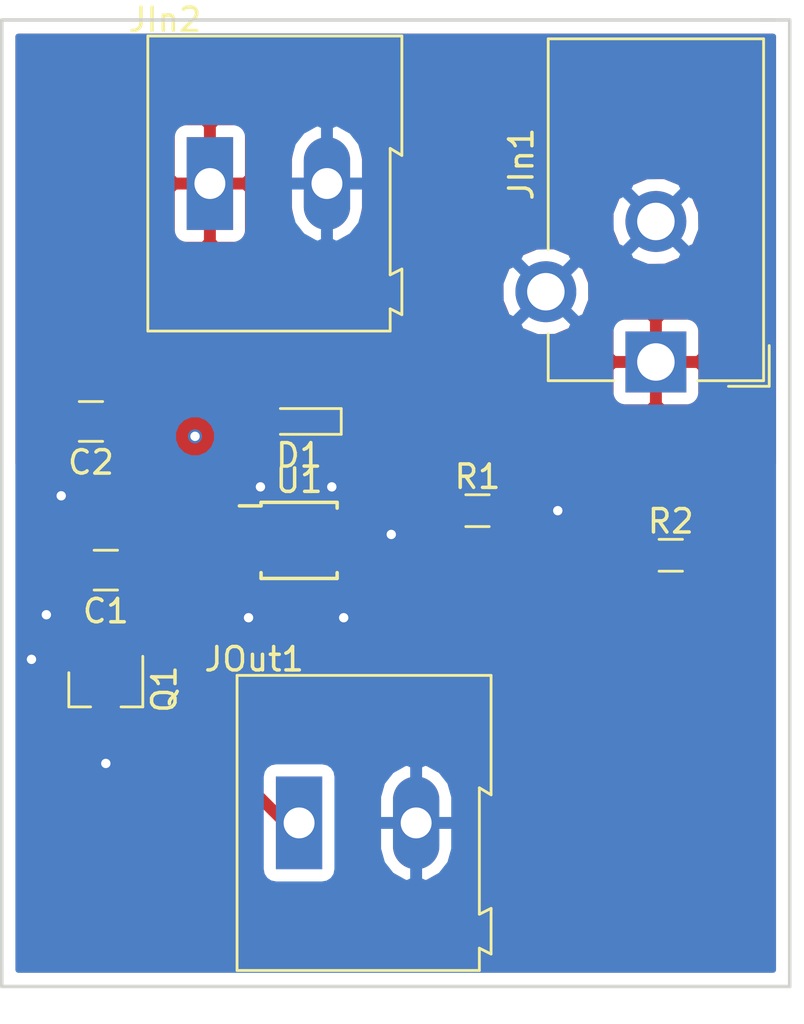
<source format=kicad_pcb>
(kicad_pcb (version 4) (host pcbnew 4.0.7)

  (general
    (links 25)
    (no_connects 0)
    (area 135.912857 74.585 172.31 117.92)
    (thickness 1.6)
    (drawings 6)
    (tracks 48)
    (zones 0)
    (modules 10)
    (nets 9)
  )

  (page A4)
  (layers
    (0 F.Cu signal)
    (31 B.Cu signal)
    (32 B.Adhes user)
    (33 F.Adhes user)
    (34 B.Paste user)
    (35 F.Paste user)
    (36 B.SilkS user)
    (37 F.SilkS user)
    (38 B.Mask user)
    (39 F.Mask user)
    (40 Dwgs.User user)
    (41 Cmts.User user)
    (42 Eco1.User user)
    (43 Eco2.User user)
    (44 Edge.Cuts user)
    (45 Margin user)
    (46 B.CrtYd user)
    (47 F.CrtYd user)
    (48 B.Fab user)
    (49 F.Fab user)
  )

  (setup
    (last_trace_width 0.25)
    (trace_clearance 0.2)
    (zone_clearance 0.508)
    (zone_45_only no)
    (trace_min 0.25)
    (segment_width 0.2)
    (edge_width 0.15)
    (via_size 0.6)
    (via_drill 0.4)
    (via_min_size 0.4)
    (via_min_drill 0.3)
    (uvia_size 0.3)
    (uvia_drill 0.1)
    (uvias_allowed no)
    (uvia_min_size 0.2)
    (uvia_min_drill 0.1)
    (pcb_text_width 0.3)
    (pcb_text_size 1.5 1.5)
    (mod_edge_width 0.15)
    (mod_text_size 1 1)
    (mod_text_width 0.15)
    (pad_size 1.524 1.524)
    (pad_drill 0.762)
    (pad_to_mask_clearance 0.2)
    (aux_axis_origin 0 0)
    (visible_elements 7FFFFFFF)
    (pcbplotparams
      (layerselection 0x00030_80000001)
      (usegerberextensions false)
      (excludeedgelayer true)
      (linewidth 0.100000)
      (plotframeref false)
      (viasonmask false)
      (mode 1)
      (useauxorigin false)
      (hpglpennumber 1)
      (hpglpenspeed 20)
      (hpglpendiameter 15)
      (hpglpenoverlay 2)
      (psnegative false)
      (psa4output false)
      (plotreference true)
      (plotvalue true)
      (plotinvisibletext false)
      (padsonsilk false)
      (subtractmaskfromsilk false)
      (outputformat 1)
      (mirror false)
      (drillshape 1)
      (scaleselection 1)
      (outputdirectory ""))
  )

  (net 0 "")
  (net 1 "Net-(C1-Pad1)")
  (net 2 GND)
  (net 3 VDD)
  (net 4 "Net-(D1-Pad1)")
  (net 5 "Net-(R1-Pad1)")
  (net 6 "Net-(R2-Pad1)")
  (net 7 "Net-(U1-Pad5)")
  (net 8 "Net-(U1-Pad9)")

  (net_class Default "This is the default net class."
    (clearance 0.2)
    (trace_width 0.25)
    (via_dia 0.6)
    (via_drill 0.4)
    (uvia_dia 0.3)
    (uvia_drill 0.1)
    (add_net "Net-(C1-Pad1)")
    (add_net "Net-(D1-Pad1)")
    (add_net "Net-(R1-Pad1)")
    (add_net "Net-(R2-Pad1)")
    (add_net "Net-(U1-Pad5)")
    (add_net "Net-(U1-Pad9)")
    (add_net VDD)
  )

  (net_class "High Current" ""
    (clearance 0.2)
    (trace_width 0.5)
    (via_dia 0.6)
    (via_drill 0.4)
    (uvia_dia 0.3)
    (uvia_drill 0.1)
    (add_net GND)
  )

  (net_class "Less High Current" ""
    (clearance 0.2)
    (trace_width 0.3)
    (via_dia 0.6)
    (via_drill 0.4)
    (uvia_dia 0.3)
    (uvia_drill 0.1)
  )

  (module Capacitors_SMD:C_0805_HandSoldering (layer F.Cu) (tedit 58AA84A8) (tstamp 5AAD65DD)
    (at 142.24 99.06 180)
    (descr "Capacitor SMD 0805, hand soldering")
    (tags "capacitor 0805")
    (path /5A5FF66F)
    (attr smd)
    (fp_text reference C1 (at 0 -1.75 180) (layer F.SilkS)
      (effects (font (size 1 1) (thickness 0.15)))
    )
    (fp_text value 4.7u (at 0 1.75 180) (layer F.Fab)
      (effects (font (size 1 1) (thickness 0.15)))
    )
    (fp_text user %R (at 0 -1.75 180) (layer F.Fab)
      (effects (font (size 1 1) (thickness 0.15)))
    )
    (fp_line (start -1 0.62) (end -1 -0.62) (layer F.Fab) (width 0.1))
    (fp_line (start 1 0.62) (end -1 0.62) (layer F.Fab) (width 0.1))
    (fp_line (start 1 -0.62) (end 1 0.62) (layer F.Fab) (width 0.1))
    (fp_line (start -1 -0.62) (end 1 -0.62) (layer F.Fab) (width 0.1))
    (fp_line (start 0.5 -0.85) (end -0.5 -0.85) (layer F.SilkS) (width 0.12))
    (fp_line (start -0.5 0.85) (end 0.5 0.85) (layer F.SilkS) (width 0.12))
    (fp_line (start -2.25 -0.88) (end 2.25 -0.88) (layer F.CrtYd) (width 0.05))
    (fp_line (start -2.25 -0.88) (end -2.25 0.87) (layer F.CrtYd) (width 0.05))
    (fp_line (start 2.25 0.87) (end 2.25 -0.88) (layer F.CrtYd) (width 0.05))
    (fp_line (start 2.25 0.87) (end -2.25 0.87) (layer F.CrtYd) (width 0.05))
    (pad 1 smd rect (at -1.25 0 180) (size 1.5 1.25) (layers F.Cu F.Paste F.Mask)
      (net 1 "Net-(C1-Pad1)"))
    (pad 2 smd rect (at 1.25 0 180) (size 1.5 1.25) (layers F.Cu F.Paste F.Mask)
      (net 2 GND))
    (model Capacitors_SMD.3dshapes/C_0805.wrl
      (at (xyz 0 0 0))
      (scale (xyz 1 1 1))
      (rotate (xyz 0 0 0))
    )
  )

  (module Capacitors_SMD:C_0805_HandSoldering (layer F.Cu) (tedit 58AA84A8) (tstamp 5AAD65E3)
    (at 141.605 92.71 180)
    (descr "Capacitor SMD 0805, hand soldering")
    (tags "capacitor 0805")
    (path /5A5FF651)
    (attr smd)
    (fp_text reference C2 (at 0 -1.75 180) (layer F.SilkS)
      (effects (font (size 1 1) (thickness 0.15)))
    )
    (fp_text value 4.7u (at 0 1.75 180) (layer F.Fab)
      (effects (font (size 1 1) (thickness 0.15)))
    )
    (fp_text user %R (at 0 -1.75 180) (layer F.Fab)
      (effects (font (size 1 1) (thickness 0.15)))
    )
    (fp_line (start -1 0.62) (end -1 -0.62) (layer F.Fab) (width 0.1))
    (fp_line (start 1 0.62) (end -1 0.62) (layer F.Fab) (width 0.1))
    (fp_line (start 1 -0.62) (end 1 0.62) (layer F.Fab) (width 0.1))
    (fp_line (start -1 -0.62) (end 1 -0.62) (layer F.Fab) (width 0.1))
    (fp_line (start 0.5 -0.85) (end -0.5 -0.85) (layer F.SilkS) (width 0.12))
    (fp_line (start -0.5 0.85) (end 0.5 0.85) (layer F.SilkS) (width 0.12))
    (fp_line (start -2.25 -0.88) (end 2.25 -0.88) (layer F.CrtYd) (width 0.05))
    (fp_line (start -2.25 -0.88) (end -2.25 0.87) (layer F.CrtYd) (width 0.05))
    (fp_line (start 2.25 0.87) (end 2.25 -0.88) (layer F.CrtYd) (width 0.05))
    (fp_line (start 2.25 0.87) (end -2.25 0.87) (layer F.CrtYd) (width 0.05))
    (pad 1 smd rect (at -1.25 0 180) (size 1.5 1.25) (layers F.Cu F.Paste F.Mask)
      (net 3 VDD))
    (pad 2 smd rect (at 1.25 0 180) (size 1.5 1.25) (layers F.Cu F.Paste F.Mask)
      (net 2 GND))
    (model Capacitors_SMD.3dshapes/C_0805.wrl
      (at (xyz 0 0 0))
      (scale (xyz 1 1 1))
      (rotate (xyz 0 0 0))
    )
  )

  (module LEDs:LED_0603_HandSoldering (layer F.Cu) (tedit 595FC9C0) (tstamp 5AAD65E9)
    (at 150.495 92.71 180)
    (descr "LED SMD 0603, hand soldering")
    (tags "LED 0603")
    (path /5A5FFAC4)
    (attr smd)
    (fp_text reference D1 (at 0 -1.45 180) (layer F.SilkS)
      (effects (font (size 1 1) (thickness 0.15)))
    )
    (fp_text value LED (at 0 1.55 180) (layer F.Fab)
      (effects (font (size 1 1) (thickness 0.15)))
    )
    (fp_line (start -1.8 -0.55) (end -1.8 0.55) (layer F.SilkS) (width 0.12))
    (fp_line (start -0.2 -0.2) (end -0.2 0.2) (layer F.Fab) (width 0.1))
    (fp_line (start -0.15 0) (end 0.15 -0.2) (layer F.Fab) (width 0.1))
    (fp_line (start 0.15 0.2) (end -0.15 0) (layer F.Fab) (width 0.1))
    (fp_line (start 0.15 -0.2) (end 0.15 0.2) (layer F.Fab) (width 0.1))
    (fp_line (start 0.8 0.4) (end -0.8 0.4) (layer F.Fab) (width 0.1))
    (fp_line (start 0.8 -0.4) (end 0.8 0.4) (layer F.Fab) (width 0.1))
    (fp_line (start -0.8 -0.4) (end 0.8 -0.4) (layer F.Fab) (width 0.1))
    (fp_line (start -1.8 0.55) (end 0.8 0.55) (layer F.SilkS) (width 0.12))
    (fp_line (start -1.8 -0.55) (end 0.8 -0.55) (layer F.SilkS) (width 0.12))
    (fp_line (start -1.96 -0.7) (end 1.95 -0.7) (layer F.CrtYd) (width 0.05))
    (fp_line (start -1.96 -0.7) (end -1.96 0.7) (layer F.CrtYd) (width 0.05))
    (fp_line (start 1.95 0.7) (end 1.95 -0.7) (layer F.CrtYd) (width 0.05))
    (fp_line (start 1.95 0.7) (end -1.96 0.7) (layer F.CrtYd) (width 0.05))
    (fp_line (start -0.8 -0.4) (end -0.8 0.4) (layer F.Fab) (width 0.1))
    (pad 1 smd rect (at -1.1 0 180) (size 1.2 0.9) (layers F.Cu F.Paste F.Mask)
      (net 4 "Net-(D1-Pad1)"))
    (pad 2 smd rect (at 1.1 0 180) (size 1.2 0.9) (layers F.Cu F.Paste F.Mask)
      (net 3 VDD))
    (model ${KISYS3DMOD}/LEDs.3dshapes/LED_0603.wrl
      (at (xyz 0 0 0))
      (scale (xyz 1 1 1))
      (rotate (xyz 0 0 180))
    )
  )

  (module Connectors:Barrel_Jack_CUI_PJ-102AH (layer F.Cu) (tedit 59BC552D) (tstamp 5AAD65F0)
    (at 165.735 90.17 180)
    (descr "Thin-pin DC Barrel Jack, https://cdn-shop.adafruit.com/datasheets/21mmdcjackDatasheet.pdf")
    (tags "Power Jack")
    (path /5A8B83C9)
    (fp_text reference JIn1 (at 5.75 8.45 270) (layer F.SilkS)
      (effects (font (size 1 1) (thickness 0.15)))
    )
    (fp_text value Barrel_Jack (at -5.5 6.2 270) (layer F.Fab)
      (effects (font (size 1 1) (thickness 0.15)))
    )
    (fp_line (start 1.8 -1.8) (end 1.8 -1.2) (layer F.CrtYd) (width 0.05))
    (fp_line (start 1.8 -1.2) (end 5 -1.2) (layer F.CrtYd) (width 0.05))
    (fp_line (start 5 -1.2) (end 5 1.2) (layer F.CrtYd) (width 0.05))
    (fp_line (start 5 1.2) (end 6.5 1.2) (layer F.CrtYd) (width 0.05))
    (fp_line (start 6.5 1.2) (end 6.5 4.8) (layer F.CrtYd) (width 0.05))
    (fp_line (start 6.5 4.8) (end 5 4.8) (layer F.CrtYd) (width 0.05))
    (fp_line (start 5 4.8) (end 5 14.2) (layer F.CrtYd) (width 0.05))
    (fp_line (start 5 14.2) (end -5 14.2) (layer F.CrtYd) (width 0.05))
    (fp_line (start -5 14.2) (end -5 -1.2) (layer F.CrtYd) (width 0.05))
    (fp_line (start -5 -1.2) (end -1.8 -1.2) (layer F.CrtYd) (width 0.05))
    (fp_line (start -1.8 -1.2) (end -1.8 -1.8) (layer F.CrtYd) (width 0.05))
    (fp_line (start -1.8 -1.8) (end 1.8 -1.8) (layer F.CrtYd) (width 0.05))
    (fp_line (start 4.6 4.8) (end 4.6 13.8) (layer F.SilkS) (width 0.12))
    (fp_line (start 4.6 13.8) (end -4.6 13.8) (layer F.SilkS) (width 0.12))
    (fp_line (start -4.6 13.8) (end -4.6 -0.8) (layer F.SilkS) (width 0.12))
    (fp_line (start -4.6 -0.8) (end -1.8 -0.8) (layer F.SilkS) (width 0.12))
    (fp_line (start 1.8 -0.8) (end 4.6 -0.8) (layer F.SilkS) (width 0.12))
    (fp_line (start 4.6 -0.8) (end 4.6 1.2) (layer F.SilkS) (width 0.12))
    (fp_line (start -4.84 0.7) (end -4.84 -1.04) (layer F.SilkS) (width 0.12))
    (fp_line (start -4.84 -1.04) (end -3.1 -1.04) (layer F.SilkS) (width 0.12))
    (fp_line (start 4.5 -0.7) (end 4.5 13.7) (layer F.Fab) (width 0.1))
    (fp_line (start 4.5 13.7) (end -4.5 13.7) (layer F.Fab) (width 0.1))
    (fp_line (start -4.5 13.7) (end -4.5 0.3) (layer F.Fab) (width 0.1))
    (fp_line (start -4.5 0.3) (end -3.5 -0.7) (layer F.Fab) (width 0.1))
    (fp_line (start -3.5 -0.7) (end 4.5 -0.7) (layer F.Fab) (width 0.1))
    (fp_line (start -4.5 10.2) (end 4.5 10.2) (layer F.Fab) (width 0.1))
    (fp_text user %R (at 0 6.5 180) (layer F.Fab)
      (effects (font (size 1 1) (thickness 0.15)))
    )
    (pad 1 thru_hole rect (at 0 0 180) (size 2.6 2.6) (drill 1.6) (layers *.Cu *.Mask)
      (net 3 VDD))
    (pad 2 thru_hole circle (at 0 6 180) (size 2.6 2.6) (drill 1.6) (layers *.Cu *.Mask)
      (net 2 GND))
    (pad 3 thru_hole circle (at 4.7 3 180) (size 2.6 2.6) (drill 1.6) (layers *.Cu *.Mask)
      (net 2 GND))
    (model ${KISYS3DMOD}/Connectors.3dshapes/Barrel_Jack_CUI_PJ-102AH.wrl
      (at (xyz 0 0 0))
      (scale (xyz 1 1 1))
      (rotate (xyz 0 0 0))
    )
  )

  (module Connectors_Terminal_Blocks:TerminalBlock_Altech_AK300-2_P5.00mm (layer F.Cu) (tedit 59FF0306) (tstamp 5AAD65F6)
    (at 146.685 82.55)
    (descr "Altech AK300 terminal block, pitch 5.0mm, 45 degree angled, see http://www.mouser.com/ds/2/16/PCBMETRC-24178.pdf")
    (tags "Altech AK300 terminal block pitch 5.0mm")
    (path /5A8B7334)
    (fp_text reference JIn2 (at -1.92 -6.99) (layer F.SilkS)
      (effects (font (size 1 1) (thickness 0.15)))
    )
    (fp_text value "Input Terms." (at 2.78 7.75) (layer F.Fab)
      (effects (font (size 1 1) (thickness 0.15)))
    )
    (fp_text user %R (at 2.5 -2) (layer F.Fab)
      (effects (font (size 1 1) (thickness 0.15)))
    )
    (fp_line (start -2.65 -6.3) (end -2.65 6.3) (layer F.SilkS) (width 0.12))
    (fp_line (start -2.65 6.3) (end 7.7 6.3) (layer F.SilkS) (width 0.12))
    (fp_line (start 7.7 6.3) (end 7.7 5.35) (layer F.SilkS) (width 0.12))
    (fp_line (start 7.7 5.35) (end 8.2 5.6) (layer F.SilkS) (width 0.12))
    (fp_line (start 8.2 5.6) (end 8.2 3.7) (layer F.SilkS) (width 0.12))
    (fp_line (start 8.2 3.7) (end 8.2 3.65) (layer F.SilkS) (width 0.12))
    (fp_line (start 8.2 3.65) (end 7.7 3.9) (layer F.SilkS) (width 0.12))
    (fp_line (start 7.7 3.9) (end 7.7 -1.5) (layer F.SilkS) (width 0.12))
    (fp_line (start 7.7 -1.5) (end 8.2 -1.2) (layer F.SilkS) (width 0.12))
    (fp_line (start 8.2 -1.2) (end 8.2 -6.3) (layer F.SilkS) (width 0.12))
    (fp_line (start 8.2 -6.3) (end -2.65 -6.3) (layer F.SilkS) (width 0.12))
    (fp_line (start -1.26 2.54) (end 1.28 2.54) (layer F.Fab) (width 0.1))
    (fp_line (start 1.28 2.54) (end 1.28 -0.25) (layer F.Fab) (width 0.1))
    (fp_line (start -1.26 -0.25) (end 1.28 -0.25) (layer F.Fab) (width 0.1))
    (fp_line (start -1.26 2.54) (end -1.26 -0.25) (layer F.Fab) (width 0.1))
    (fp_line (start 3.74 2.54) (end 6.28 2.54) (layer F.Fab) (width 0.1))
    (fp_line (start 6.28 2.54) (end 6.28 -0.25) (layer F.Fab) (width 0.1))
    (fp_line (start 3.74 -0.25) (end 6.28 -0.25) (layer F.Fab) (width 0.1))
    (fp_line (start 3.74 2.54) (end 3.74 -0.25) (layer F.Fab) (width 0.1))
    (fp_line (start 7.61 -6.22) (end 7.61 -3.17) (layer F.Fab) (width 0.1))
    (fp_line (start 7.61 -6.22) (end -2.58 -6.22) (layer F.Fab) (width 0.1))
    (fp_line (start 7.61 -6.22) (end 8.11 -6.22) (layer F.Fab) (width 0.1))
    (fp_line (start 8.11 -6.22) (end 8.11 -1.4) (layer F.Fab) (width 0.1))
    (fp_line (start 8.11 -1.4) (end 7.61 -1.65) (layer F.Fab) (width 0.1))
    (fp_line (start 8.11 5.46) (end 7.61 5.21) (layer F.Fab) (width 0.1))
    (fp_line (start 7.61 5.21) (end 7.61 6.22) (layer F.Fab) (width 0.1))
    (fp_line (start 8.11 3.81) (end 7.61 4.06) (layer F.Fab) (width 0.1))
    (fp_line (start 7.61 4.06) (end 7.61 5.21) (layer F.Fab) (width 0.1))
    (fp_line (start 8.11 3.81) (end 8.11 5.46) (layer F.Fab) (width 0.1))
    (fp_line (start 2.98 6.22) (end 2.98 4.32) (layer F.Fab) (width 0.1))
    (fp_line (start 7.05 -0.25) (end 7.05 4.32) (layer F.Fab) (width 0.1))
    (fp_line (start 2.98 6.22) (end 7.05 6.22) (layer F.Fab) (width 0.1))
    (fp_line (start 7.05 6.22) (end 7.61 6.22) (layer F.Fab) (width 0.1))
    (fp_line (start 2.04 6.22) (end 2.04 4.32) (layer F.Fab) (width 0.1))
    (fp_line (start 2.04 6.22) (end 2.98 6.22) (layer F.Fab) (width 0.1))
    (fp_line (start -2.02 -0.25) (end -2.02 4.32) (layer F.Fab) (width 0.1))
    (fp_line (start -2.58 6.22) (end -2.02 6.22) (layer F.Fab) (width 0.1))
    (fp_line (start -2.02 6.22) (end 2.04 6.22) (layer F.Fab) (width 0.1))
    (fp_line (start 2.98 4.32) (end 7.05 4.32) (layer F.Fab) (width 0.1))
    (fp_line (start 2.98 4.32) (end 2.98 -0.25) (layer F.Fab) (width 0.1))
    (fp_line (start 7.05 4.32) (end 7.05 6.22) (layer F.Fab) (width 0.1))
    (fp_line (start 2.04 4.32) (end -2.02 4.32) (layer F.Fab) (width 0.1))
    (fp_line (start 2.04 4.32) (end 2.04 -0.25) (layer F.Fab) (width 0.1))
    (fp_line (start -2.02 4.32) (end -2.02 6.22) (layer F.Fab) (width 0.1))
    (fp_line (start 6.67 3.68) (end 6.67 0.51) (layer F.Fab) (width 0.1))
    (fp_line (start 6.67 3.68) (end 3.36 3.68) (layer F.Fab) (width 0.1))
    (fp_line (start 3.36 3.68) (end 3.36 0.51) (layer F.Fab) (width 0.1))
    (fp_line (start 1.66 3.68) (end 1.66 0.51) (layer F.Fab) (width 0.1))
    (fp_line (start 1.66 3.68) (end -1.64 3.68) (layer F.Fab) (width 0.1))
    (fp_line (start -1.64 3.68) (end -1.64 0.51) (layer F.Fab) (width 0.1))
    (fp_line (start -1.64 0.51) (end -1.26 0.51) (layer F.Fab) (width 0.1))
    (fp_line (start 1.66 0.51) (end 1.28 0.51) (layer F.Fab) (width 0.1))
    (fp_line (start 3.36 0.51) (end 3.74 0.51) (layer F.Fab) (width 0.1))
    (fp_line (start 6.67 0.51) (end 6.28 0.51) (layer F.Fab) (width 0.1))
    (fp_line (start -2.58 6.22) (end -2.58 -0.64) (layer F.Fab) (width 0.1))
    (fp_line (start -2.58 -0.64) (end -2.58 -3.17) (layer F.Fab) (width 0.1))
    (fp_line (start 7.61 -1.65) (end 7.61 -0.64) (layer F.Fab) (width 0.1))
    (fp_line (start 7.61 -0.64) (end 7.61 4.06) (layer F.Fab) (width 0.1))
    (fp_line (start -2.58 -3.17) (end 7.61 -3.17) (layer F.Fab) (width 0.1))
    (fp_line (start -2.58 -3.17) (end -2.58 -6.22) (layer F.Fab) (width 0.1))
    (fp_line (start 7.61 -3.17) (end 7.61 -1.65) (layer F.Fab) (width 0.1))
    (fp_line (start 2.98 -3.43) (end 2.98 -5.97) (layer F.Fab) (width 0.1))
    (fp_line (start 2.98 -5.97) (end 7.05 -5.97) (layer F.Fab) (width 0.1))
    (fp_line (start 7.05 -5.97) (end 7.05 -3.43) (layer F.Fab) (width 0.1))
    (fp_line (start 7.05 -3.43) (end 2.98 -3.43) (layer F.Fab) (width 0.1))
    (fp_line (start 2.04 -3.43) (end 2.04 -5.97) (layer F.Fab) (width 0.1))
    (fp_line (start 2.04 -3.43) (end -2.02 -3.43) (layer F.Fab) (width 0.1))
    (fp_line (start -2.02 -3.43) (end -2.02 -5.97) (layer F.Fab) (width 0.1))
    (fp_line (start 2.04 -5.97) (end -2.02 -5.97) (layer F.Fab) (width 0.1))
    (fp_line (start 3.39 -4.45) (end 6.44 -5.08) (layer F.Fab) (width 0.1))
    (fp_line (start 3.52 -4.32) (end 6.56 -4.95) (layer F.Fab) (width 0.1))
    (fp_line (start -1.62 -4.45) (end 1.44 -5.08) (layer F.Fab) (width 0.1))
    (fp_line (start -1.49 -4.32) (end 1.56 -4.95) (layer F.Fab) (width 0.1))
    (fp_line (start -2.02 -0.25) (end -1.64 -0.25) (layer F.Fab) (width 0.1))
    (fp_line (start 2.04 -0.25) (end 1.66 -0.25) (layer F.Fab) (width 0.1))
    (fp_line (start 1.66 -0.25) (end -1.64 -0.25) (layer F.Fab) (width 0.1))
    (fp_line (start -2.58 -0.64) (end -1.64 -0.64) (layer F.Fab) (width 0.1))
    (fp_line (start -1.64 -0.64) (end 1.66 -0.64) (layer F.Fab) (width 0.1))
    (fp_line (start 1.66 -0.64) (end 3.36 -0.64) (layer F.Fab) (width 0.1))
    (fp_line (start 7.61 -0.64) (end 6.67 -0.64) (layer F.Fab) (width 0.1))
    (fp_line (start 6.67 -0.64) (end 3.36 -0.64) (layer F.Fab) (width 0.1))
    (fp_line (start 7.05 -0.25) (end 6.67 -0.25) (layer F.Fab) (width 0.1))
    (fp_line (start 2.98 -0.25) (end 3.36 -0.25) (layer F.Fab) (width 0.1))
    (fp_line (start 3.36 -0.25) (end 6.67 -0.25) (layer F.Fab) (width 0.1))
    (fp_line (start -2.83 -6.47) (end 8.36 -6.47) (layer F.CrtYd) (width 0.05))
    (fp_line (start -2.83 -6.47) (end -2.83 6.47) (layer F.CrtYd) (width 0.05))
    (fp_line (start 8.36 6.47) (end 8.36 -6.47) (layer F.CrtYd) (width 0.05))
    (fp_line (start 8.36 6.47) (end -2.83 6.47) (layer F.CrtYd) (width 0.05))
    (fp_arc (start 6.03 -4.59) (end 6.54 -5.05) (angle 90.5) (layer F.Fab) (width 0.1))
    (fp_arc (start 5.07 -6.07) (end 6.53 -4.12) (angle 75.5) (layer F.Fab) (width 0.1))
    (fp_arc (start 4.99 -3.71) (end 3.39 -5) (angle 100) (layer F.Fab) (width 0.1))
    (fp_arc (start 3.87 -4.65) (end 3.58 -4.13) (angle 104.2) (layer F.Fab) (width 0.1))
    (fp_arc (start 1.03 -4.59) (end 1.53 -5.05) (angle 90.5) (layer F.Fab) (width 0.1))
    (fp_arc (start 0.06 -6.07) (end 1.53 -4.12) (angle 75.5) (layer F.Fab) (width 0.1))
    (fp_arc (start -0.01 -3.71) (end -1.62 -5) (angle 100) (layer F.Fab) (width 0.1))
    (fp_arc (start -1.13 -4.65) (end -1.42 -4.13) (angle 104.2) (layer F.Fab) (width 0.1))
    (pad 1 thru_hole rect (at 0 0) (size 1.98 3.96) (drill 1.32) (layers *.Cu *.Mask)
      (net 3 VDD))
    (pad 2 thru_hole oval (at 5 0) (size 1.98 3.96) (drill 1.32) (layers *.Cu *.Mask)
      (net 2 GND))
    (model ${KISYS3DMOD}/Terminal_Blocks.3dshapes/TerminalBlock_Altech_AK300-2_P5.00mm.wrl
      (at (xyz 0 0 0))
      (scale (xyz 1 1 1))
      (rotate (xyz 0 0 0))
    )
  )

  (module Connectors_Terminal_Blocks:TerminalBlock_Altech_AK300-2_P5.00mm (layer F.Cu) (tedit 59FF0306) (tstamp 5AAD65FC)
    (at 150.495 109.855)
    (descr "Altech AK300 terminal block, pitch 5.0mm, 45 degree angled, see http://www.mouser.com/ds/2/16/PCBMETRC-24178.pdf")
    (tags "Altech AK300 terminal block pitch 5.0mm")
    (path /5A8B62D4)
    (fp_text reference JOut1 (at -1.92 -6.99) (layer F.SilkS)
      (effects (font (size 1 1) (thickness 0.15)))
    )
    (fp_text value Bat.Terms. (at 2.78 7.75) (layer F.Fab)
      (effects (font (size 1 1) (thickness 0.15)))
    )
    (fp_text user %R (at 2.5 -2) (layer F.Fab)
      (effects (font (size 1 1) (thickness 0.15)))
    )
    (fp_line (start -2.65 -6.3) (end -2.65 6.3) (layer F.SilkS) (width 0.12))
    (fp_line (start -2.65 6.3) (end 7.7 6.3) (layer F.SilkS) (width 0.12))
    (fp_line (start 7.7 6.3) (end 7.7 5.35) (layer F.SilkS) (width 0.12))
    (fp_line (start 7.7 5.35) (end 8.2 5.6) (layer F.SilkS) (width 0.12))
    (fp_line (start 8.2 5.6) (end 8.2 3.7) (layer F.SilkS) (width 0.12))
    (fp_line (start 8.2 3.7) (end 8.2 3.65) (layer F.SilkS) (width 0.12))
    (fp_line (start 8.2 3.65) (end 7.7 3.9) (layer F.SilkS) (width 0.12))
    (fp_line (start 7.7 3.9) (end 7.7 -1.5) (layer F.SilkS) (width 0.12))
    (fp_line (start 7.7 -1.5) (end 8.2 -1.2) (layer F.SilkS) (width 0.12))
    (fp_line (start 8.2 -1.2) (end 8.2 -6.3) (layer F.SilkS) (width 0.12))
    (fp_line (start 8.2 -6.3) (end -2.65 -6.3) (layer F.SilkS) (width 0.12))
    (fp_line (start -1.26 2.54) (end 1.28 2.54) (layer F.Fab) (width 0.1))
    (fp_line (start 1.28 2.54) (end 1.28 -0.25) (layer F.Fab) (width 0.1))
    (fp_line (start -1.26 -0.25) (end 1.28 -0.25) (layer F.Fab) (width 0.1))
    (fp_line (start -1.26 2.54) (end -1.26 -0.25) (layer F.Fab) (width 0.1))
    (fp_line (start 3.74 2.54) (end 6.28 2.54) (layer F.Fab) (width 0.1))
    (fp_line (start 6.28 2.54) (end 6.28 -0.25) (layer F.Fab) (width 0.1))
    (fp_line (start 3.74 -0.25) (end 6.28 -0.25) (layer F.Fab) (width 0.1))
    (fp_line (start 3.74 2.54) (end 3.74 -0.25) (layer F.Fab) (width 0.1))
    (fp_line (start 7.61 -6.22) (end 7.61 -3.17) (layer F.Fab) (width 0.1))
    (fp_line (start 7.61 -6.22) (end -2.58 -6.22) (layer F.Fab) (width 0.1))
    (fp_line (start 7.61 -6.22) (end 8.11 -6.22) (layer F.Fab) (width 0.1))
    (fp_line (start 8.11 -6.22) (end 8.11 -1.4) (layer F.Fab) (width 0.1))
    (fp_line (start 8.11 -1.4) (end 7.61 -1.65) (layer F.Fab) (width 0.1))
    (fp_line (start 8.11 5.46) (end 7.61 5.21) (layer F.Fab) (width 0.1))
    (fp_line (start 7.61 5.21) (end 7.61 6.22) (layer F.Fab) (width 0.1))
    (fp_line (start 8.11 3.81) (end 7.61 4.06) (layer F.Fab) (width 0.1))
    (fp_line (start 7.61 4.06) (end 7.61 5.21) (layer F.Fab) (width 0.1))
    (fp_line (start 8.11 3.81) (end 8.11 5.46) (layer F.Fab) (width 0.1))
    (fp_line (start 2.98 6.22) (end 2.98 4.32) (layer F.Fab) (width 0.1))
    (fp_line (start 7.05 -0.25) (end 7.05 4.32) (layer F.Fab) (width 0.1))
    (fp_line (start 2.98 6.22) (end 7.05 6.22) (layer F.Fab) (width 0.1))
    (fp_line (start 7.05 6.22) (end 7.61 6.22) (layer F.Fab) (width 0.1))
    (fp_line (start 2.04 6.22) (end 2.04 4.32) (layer F.Fab) (width 0.1))
    (fp_line (start 2.04 6.22) (end 2.98 6.22) (layer F.Fab) (width 0.1))
    (fp_line (start -2.02 -0.25) (end -2.02 4.32) (layer F.Fab) (width 0.1))
    (fp_line (start -2.58 6.22) (end -2.02 6.22) (layer F.Fab) (width 0.1))
    (fp_line (start -2.02 6.22) (end 2.04 6.22) (layer F.Fab) (width 0.1))
    (fp_line (start 2.98 4.32) (end 7.05 4.32) (layer F.Fab) (width 0.1))
    (fp_line (start 2.98 4.32) (end 2.98 -0.25) (layer F.Fab) (width 0.1))
    (fp_line (start 7.05 4.32) (end 7.05 6.22) (layer F.Fab) (width 0.1))
    (fp_line (start 2.04 4.32) (end -2.02 4.32) (layer F.Fab) (width 0.1))
    (fp_line (start 2.04 4.32) (end 2.04 -0.25) (layer F.Fab) (width 0.1))
    (fp_line (start -2.02 4.32) (end -2.02 6.22) (layer F.Fab) (width 0.1))
    (fp_line (start 6.67 3.68) (end 6.67 0.51) (layer F.Fab) (width 0.1))
    (fp_line (start 6.67 3.68) (end 3.36 3.68) (layer F.Fab) (width 0.1))
    (fp_line (start 3.36 3.68) (end 3.36 0.51) (layer F.Fab) (width 0.1))
    (fp_line (start 1.66 3.68) (end 1.66 0.51) (layer F.Fab) (width 0.1))
    (fp_line (start 1.66 3.68) (end -1.64 3.68) (layer F.Fab) (width 0.1))
    (fp_line (start -1.64 3.68) (end -1.64 0.51) (layer F.Fab) (width 0.1))
    (fp_line (start -1.64 0.51) (end -1.26 0.51) (layer F.Fab) (width 0.1))
    (fp_line (start 1.66 0.51) (end 1.28 0.51) (layer F.Fab) (width 0.1))
    (fp_line (start 3.36 0.51) (end 3.74 0.51) (layer F.Fab) (width 0.1))
    (fp_line (start 6.67 0.51) (end 6.28 0.51) (layer F.Fab) (width 0.1))
    (fp_line (start -2.58 6.22) (end -2.58 -0.64) (layer F.Fab) (width 0.1))
    (fp_line (start -2.58 -0.64) (end -2.58 -3.17) (layer F.Fab) (width 0.1))
    (fp_line (start 7.61 -1.65) (end 7.61 -0.64) (layer F.Fab) (width 0.1))
    (fp_line (start 7.61 -0.64) (end 7.61 4.06) (layer F.Fab) (width 0.1))
    (fp_line (start -2.58 -3.17) (end 7.61 -3.17) (layer F.Fab) (width 0.1))
    (fp_line (start -2.58 -3.17) (end -2.58 -6.22) (layer F.Fab) (width 0.1))
    (fp_line (start 7.61 -3.17) (end 7.61 -1.65) (layer F.Fab) (width 0.1))
    (fp_line (start 2.98 -3.43) (end 2.98 -5.97) (layer F.Fab) (width 0.1))
    (fp_line (start 2.98 -5.97) (end 7.05 -5.97) (layer F.Fab) (width 0.1))
    (fp_line (start 7.05 -5.97) (end 7.05 -3.43) (layer F.Fab) (width 0.1))
    (fp_line (start 7.05 -3.43) (end 2.98 -3.43) (layer F.Fab) (width 0.1))
    (fp_line (start 2.04 -3.43) (end 2.04 -5.97) (layer F.Fab) (width 0.1))
    (fp_line (start 2.04 -3.43) (end -2.02 -3.43) (layer F.Fab) (width 0.1))
    (fp_line (start -2.02 -3.43) (end -2.02 -5.97) (layer F.Fab) (width 0.1))
    (fp_line (start 2.04 -5.97) (end -2.02 -5.97) (layer F.Fab) (width 0.1))
    (fp_line (start 3.39 -4.45) (end 6.44 -5.08) (layer F.Fab) (width 0.1))
    (fp_line (start 3.52 -4.32) (end 6.56 -4.95) (layer F.Fab) (width 0.1))
    (fp_line (start -1.62 -4.45) (end 1.44 -5.08) (layer F.Fab) (width 0.1))
    (fp_line (start -1.49 -4.32) (end 1.56 -4.95) (layer F.Fab) (width 0.1))
    (fp_line (start -2.02 -0.25) (end -1.64 -0.25) (layer F.Fab) (width 0.1))
    (fp_line (start 2.04 -0.25) (end 1.66 -0.25) (layer F.Fab) (width 0.1))
    (fp_line (start 1.66 -0.25) (end -1.64 -0.25) (layer F.Fab) (width 0.1))
    (fp_line (start -2.58 -0.64) (end -1.64 -0.64) (layer F.Fab) (width 0.1))
    (fp_line (start -1.64 -0.64) (end 1.66 -0.64) (layer F.Fab) (width 0.1))
    (fp_line (start 1.66 -0.64) (end 3.36 -0.64) (layer F.Fab) (width 0.1))
    (fp_line (start 7.61 -0.64) (end 6.67 -0.64) (layer F.Fab) (width 0.1))
    (fp_line (start 6.67 -0.64) (end 3.36 -0.64) (layer F.Fab) (width 0.1))
    (fp_line (start 7.05 -0.25) (end 6.67 -0.25) (layer F.Fab) (width 0.1))
    (fp_line (start 2.98 -0.25) (end 3.36 -0.25) (layer F.Fab) (width 0.1))
    (fp_line (start 3.36 -0.25) (end 6.67 -0.25) (layer F.Fab) (width 0.1))
    (fp_line (start -2.83 -6.47) (end 8.36 -6.47) (layer F.CrtYd) (width 0.05))
    (fp_line (start -2.83 -6.47) (end -2.83 6.47) (layer F.CrtYd) (width 0.05))
    (fp_line (start 8.36 6.47) (end 8.36 -6.47) (layer F.CrtYd) (width 0.05))
    (fp_line (start 8.36 6.47) (end -2.83 6.47) (layer F.CrtYd) (width 0.05))
    (fp_arc (start 6.03 -4.59) (end 6.54 -5.05) (angle 90.5) (layer F.Fab) (width 0.1))
    (fp_arc (start 5.07 -6.07) (end 6.53 -4.12) (angle 75.5) (layer F.Fab) (width 0.1))
    (fp_arc (start 4.99 -3.71) (end 3.39 -5) (angle 100) (layer F.Fab) (width 0.1))
    (fp_arc (start 3.87 -4.65) (end 3.58 -4.13) (angle 104.2) (layer F.Fab) (width 0.1))
    (fp_arc (start 1.03 -4.59) (end 1.53 -5.05) (angle 90.5) (layer F.Fab) (width 0.1))
    (fp_arc (start 0.06 -6.07) (end 1.53 -4.12) (angle 75.5) (layer F.Fab) (width 0.1))
    (fp_arc (start -0.01 -3.71) (end -1.62 -5) (angle 100) (layer F.Fab) (width 0.1))
    (fp_arc (start -1.13 -4.65) (end -1.42 -4.13) (angle 104.2) (layer F.Fab) (width 0.1))
    (pad 1 thru_hole rect (at 0 0) (size 1.98 3.96) (drill 1.32) (layers *.Cu *.Mask)
      (net 1 "Net-(C1-Pad1)"))
    (pad 2 thru_hole oval (at 5 0) (size 1.98 3.96) (drill 1.32) (layers *.Cu *.Mask)
      (net 2 GND))
    (model ${KISYS3DMOD}/Terminal_Blocks.3dshapes/TerminalBlock_Altech_AK300-2_P5.00mm.wrl
      (at (xyz 0 0 0))
      (scale (xyz 1 1 1))
      (rotate (xyz 0 0 0))
    )
  )

  (module TO_SOT_Packages_SMD:SOT-23 (layer F.Cu) (tedit 58CE4E7E) (tstamp 5AAD6603)
    (at 142.24 104.14 270)
    (descr "SOT-23, Standard")
    (tags SOT-23)
    (path /5A9AF155)
    (attr smd)
    (fp_text reference Q1 (at 0 -2.5 270) (layer F.SilkS)
      (effects (font (size 1 1) (thickness 0.15)))
    )
    (fp_text value Q_NMOS_GSD (at 0 2.5 270) (layer F.Fab)
      (effects (font (size 1 1) (thickness 0.15)))
    )
    (fp_text user %R (at 0 0 360) (layer F.Fab)
      (effects (font (size 0.5 0.5) (thickness 0.075)))
    )
    (fp_line (start -0.7 -0.95) (end -0.7 1.5) (layer F.Fab) (width 0.1))
    (fp_line (start -0.15 -1.52) (end 0.7 -1.52) (layer F.Fab) (width 0.1))
    (fp_line (start -0.7 -0.95) (end -0.15 -1.52) (layer F.Fab) (width 0.1))
    (fp_line (start 0.7 -1.52) (end 0.7 1.52) (layer F.Fab) (width 0.1))
    (fp_line (start -0.7 1.52) (end 0.7 1.52) (layer F.Fab) (width 0.1))
    (fp_line (start 0.76 1.58) (end 0.76 0.65) (layer F.SilkS) (width 0.12))
    (fp_line (start 0.76 -1.58) (end 0.76 -0.65) (layer F.SilkS) (width 0.12))
    (fp_line (start -1.7 -1.75) (end 1.7 -1.75) (layer F.CrtYd) (width 0.05))
    (fp_line (start 1.7 -1.75) (end 1.7 1.75) (layer F.CrtYd) (width 0.05))
    (fp_line (start 1.7 1.75) (end -1.7 1.75) (layer F.CrtYd) (width 0.05))
    (fp_line (start -1.7 1.75) (end -1.7 -1.75) (layer F.CrtYd) (width 0.05))
    (fp_line (start 0.76 -1.58) (end -1.4 -1.58) (layer F.SilkS) (width 0.12))
    (fp_line (start 0.76 1.58) (end -0.7 1.58) (layer F.SilkS) (width 0.12))
    (pad 1 smd rect (at -1 -0.95 270) (size 0.9 0.8) (layers F.Cu F.Paste F.Mask)
      (net 1 "Net-(C1-Pad1)"))
    (pad 2 smd rect (at -1 0.95 270) (size 0.9 0.8) (layers F.Cu F.Paste F.Mask)
      (net 2 GND))
    (pad 3 smd rect (at 1 0 270) (size 0.9 0.8) (layers F.Cu F.Paste F.Mask)
      (net 2 GND))
    (model ${KISYS3DMOD}/TO_SOT_Packages_SMD.3dshapes/SOT-23.wrl
      (at (xyz 0 0 0))
      (scale (xyz 1 1 1))
      (rotate (xyz 0 0 0))
    )
  )

  (module Resistors_SMD:R_0603_HandSoldering (layer F.Cu) (tedit 58E0A804) (tstamp 5AAD6609)
    (at 158.115 96.52)
    (descr "Resistor SMD 0603, hand soldering")
    (tags "resistor 0603")
    (path /5A5FF7C7)
    (attr smd)
    (fp_text reference R1 (at 0 -1.45) (layer F.SilkS)
      (effects (font (size 1 1) (thickness 0.15)))
    )
    (fp_text value 1.185K (at 0 1.55) (layer F.Fab)
      (effects (font (size 1 1) (thickness 0.15)))
    )
    (fp_text user %R (at 0 0) (layer F.Fab)
      (effects (font (size 0.4 0.4) (thickness 0.075)))
    )
    (fp_line (start -0.8 0.4) (end -0.8 -0.4) (layer F.Fab) (width 0.1))
    (fp_line (start 0.8 0.4) (end -0.8 0.4) (layer F.Fab) (width 0.1))
    (fp_line (start 0.8 -0.4) (end 0.8 0.4) (layer F.Fab) (width 0.1))
    (fp_line (start -0.8 -0.4) (end 0.8 -0.4) (layer F.Fab) (width 0.1))
    (fp_line (start 0.5 0.68) (end -0.5 0.68) (layer F.SilkS) (width 0.12))
    (fp_line (start -0.5 -0.68) (end 0.5 -0.68) (layer F.SilkS) (width 0.12))
    (fp_line (start -1.96 -0.7) (end 1.95 -0.7) (layer F.CrtYd) (width 0.05))
    (fp_line (start -1.96 -0.7) (end -1.96 0.7) (layer F.CrtYd) (width 0.05))
    (fp_line (start 1.95 0.7) (end 1.95 -0.7) (layer F.CrtYd) (width 0.05))
    (fp_line (start 1.95 0.7) (end -1.96 0.7) (layer F.CrtYd) (width 0.05))
    (pad 1 smd rect (at -1.1 0) (size 1.2 0.9) (layers F.Cu F.Paste F.Mask)
      (net 5 "Net-(R1-Pad1)"))
    (pad 2 smd rect (at 1.1 0) (size 1.2 0.9) (layers F.Cu F.Paste F.Mask)
      (net 2 GND))
    (model ${KISYS3DMOD}/Resistors_SMD.3dshapes/R_0603.wrl
      (at (xyz 0 0 0))
      (scale (xyz 1 1 1))
      (rotate (xyz 0 0 0))
    )
  )

  (module Resistors_SMD:R_0603_HandSoldering (layer F.Cu) (tedit 58E0A804) (tstamp 5AAD660F)
    (at 166.37 98.425)
    (descr "Resistor SMD 0603, hand soldering")
    (tags "resistor 0603")
    (path /5A5FF7F7)
    (attr smd)
    (fp_text reference R2 (at 0 -1.45) (layer F.SilkS)
      (effects (font (size 1 1) (thickness 0.15)))
    )
    (fp_text value 1K (at 0 1.55) (layer F.Fab)
      (effects (font (size 1 1) (thickness 0.15)))
    )
    (fp_text user %R (at 0 0) (layer F.Fab)
      (effects (font (size 0.4 0.4) (thickness 0.075)))
    )
    (fp_line (start -0.8 0.4) (end -0.8 -0.4) (layer F.Fab) (width 0.1))
    (fp_line (start 0.8 0.4) (end -0.8 0.4) (layer F.Fab) (width 0.1))
    (fp_line (start 0.8 -0.4) (end 0.8 0.4) (layer F.Fab) (width 0.1))
    (fp_line (start -0.8 -0.4) (end 0.8 -0.4) (layer F.Fab) (width 0.1))
    (fp_line (start 0.5 0.68) (end -0.5 0.68) (layer F.SilkS) (width 0.12))
    (fp_line (start -0.5 -0.68) (end 0.5 -0.68) (layer F.SilkS) (width 0.12))
    (fp_line (start -1.96 -0.7) (end 1.95 -0.7) (layer F.CrtYd) (width 0.05))
    (fp_line (start -1.96 -0.7) (end -1.96 0.7) (layer F.CrtYd) (width 0.05))
    (fp_line (start 1.95 0.7) (end 1.95 -0.7) (layer F.CrtYd) (width 0.05))
    (fp_line (start 1.95 0.7) (end -1.96 0.7) (layer F.CrtYd) (width 0.05))
    (pad 1 smd rect (at -1.1 0) (size 1.2 0.9) (layers F.Cu F.Paste F.Mask)
      (net 6 "Net-(R2-Pad1)"))
    (pad 2 smd rect (at 1.1 0) (size 1.2 0.9) (layers F.Cu F.Paste F.Mask)
      (net 4 "Net-(D1-Pad1)"))
    (model ${KISYS3DMOD}/Resistors_SMD.3dshapes/R_0603.wrl
      (at (xyz 0 0 0))
      (scale (xyz 1 1 1))
      (rotate (xyz 0 0 0))
    )
  )

  (module Housings_SSOP:MSOP-10-1EP_3x3mm_Pitch0.5mm (layer F.Cu) (tedit 57AFAE31) (tstamp 5AAD6621)
    (at 150.495 97.79)
    (descr "MSE Package; 10-Lead Plastic MSOP, Exposed Die Pad (see Linear Technology 05081664_I_MSE.pdf)")
    (tags "SSOP 0.5")
    (path /5A5A5AF9)
    (attr smd)
    (fp_text reference U1 (at 0 -2.55) (layer F.SilkS)
      (effects (font (size 1 1) (thickness 0.15)))
    )
    (fp_text value MCP73213 (at 0 2.55) (layer F.Fab)
      (effects (font (size 1 1) (thickness 0.15)))
    )
    (fp_line (start -0.5 -1.5) (end 1.5 -1.5) (layer F.Fab) (width 0.15))
    (fp_line (start 1.5 -1.5) (end 1.5 1.5) (layer F.Fab) (width 0.15))
    (fp_line (start 1.5 1.5) (end -1.5 1.5) (layer F.Fab) (width 0.15))
    (fp_line (start -1.5 1.5) (end -1.5 -0.5) (layer F.Fab) (width 0.15))
    (fp_line (start -1.5 -0.5) (end -0.5 -1.5) (layer F.Fab) (width 0.15))
    (fp_line (start -2.8 -1.8) (end -2.8 1.8) (layer F.CrtYd) (width 0.05))
    (fp_line (start 2.8 -1.8) (end 2.8 1.8) (layer F.CrtYd) (width 0.05))
    (fp_line (start -2.8 -1.8) (end 2.8 -1.8) (layer F.CrtYd) (width 0.05))
    (fp_line (start -2.8 1.8) (end 2.8 1.8) (layer F.CrtYd) (width 0.05))
    (fp_line (start -1.625 -1.625) (end -1.625 -1.475) (layer F.SilkS) (width 0.15))
    (fp_line (start 1.625 -1.625) (end 1.625 -1.3775) (layer F.SilkS) (width 0.15))
    (fp_line (start 1.625 1.625) (end 1.625 1.3775) (layer F.SilkS) (width 0.15))
    (fp_line (start -1.625 1.625) (end -1.625 1.3775) (layer F.SilkS) (width 0.15))
    (fp_line (start -1.625 -1.625) (end 1.625 -1.625) (layer F.SilkS) (width 0.15))
    (fp_line (start -1.625 1.625) (end 1.625 1.625) (layer F.SilkS) (width 0.15))
    (fp_line (start -1.625 -1.475) (end -2.55 -1.475) (layer F.SilkS) (width 0.15))
    (fp_text user %R (at 0 0) (layer F.Fab)
      (effects (font (size 0.6 0.6) (thickness 0.15)))
    )
    (pad 1 smd rect (at -2.105 -1) (size 0.89 0.305) (layers F.Cu F.Paste F.Mask)
      (net 3 VDD))
    (pad 2 smd rect (at -2.105 -0.5) (size 0.89 0.305) (layers F.Cu F.Paste F.Mask)
      (net 3 VDD))
    (pad 3 smd rect (at -2.105 0) (size 0.89 0.305) (layers F.Cu F.Paste F.Mask)
      (net 1 "Net-(C1-Pad1)"))
    (pad 4 smd rect (at -2.105 0.5) (size 0.89 0.305) (layers F.Cu F.Paste F.Mask)
      (net 1 "Net-(C1-Pad1)"))
    (pad 5 smd rect (at -2.105 1) (size 0.89 0.305) (layers F.Cu F.Paste F.Mask)
      (net 7 "Net-(U1-Pad5)"))
    (pad 6 smd rect (at 2.105 1) (size 0.89 0.305) (layers F.Cu F.Paste F.Mask))
    (pad 7 smd rect (at 2.105 0.5) (size 0.89 0.305) (layers F.Cu F.Paste F.Mask)
      (net 6 "Net-(R2-Pad1)"))
    (pad 8 smd rect (at 2.105 0) (size 0.89 0.305) (layers F.Cu F.Paste F.Mask)
      (net 2 GND))
    (pad 9 smd rect (at 2.105 -0.5) (size 0.89 0.305) (layers F.Cu F.Paste F.Mask)
      (net 8 "Net-(U1-Pad9)"))
    (pad 10 smd rect (at 2.105 -1) (size 0.89 0.305) (layers F.Cu F.Paste F.Mask)
      (net 5 "Net-(R1-Pad1)"))
    (pad 11 smd rect (at 0.42 0.47) (size 0.84 0.94) (layers F.Cu F.Paste F.Mask)
      (net 2 GND) (solder_paste_margin_ratio -0.2))
    (pad 11 smd rect (at 0.42 -0.47) (size 0.84 0.94) (layers F.Cu F.Paste F.Mask)
      (net 2 GND) (solder_paste_margin_ratio -0.2))
    (pad 11 smd rect (at -0.42 0.47) (size 0.84 0.94) (layers F.Cu F.Paste F.Mask)
      (net 2 GND) (solder_paste_margin_ratio -0.2))
    (pad 11 smd rect (at -0.42 -0.47) (size 0.84 0.94) (layers F.Cu F.Paste F.Mask)
      (net 2 GND) (solder_paste_margin_ratio -0.2))
    (model ${KISYS3DMOD}/Housings_SSOP.3dshapes/MSOP-10-1EP_3x3mm_Pitch0.5mm.wrl
      (at (xyz 0 0 0))
      (scale (xyz 1 1 1))
      (rotate (xyz 0 0 0))
    )
  )

  (gr_line (start 171.45 116.84) (end 137.795 116.84) (angle 90) (layer Edge.Cuts) (width 0.15))
  (gr_line (start 170.815 75.565) (end 170.18 75.565) (angle 90) (layer Edge.Cuts) (width 0.15))
  (gr_line (start 137.795 75.565) (end 170.815 75.565) (angle 90) (layer Edge.Cuts) (width 0.15))
  (gr_line (start 137.795 75.565) (end 137.795 116.84) (angle 90) (layer Edge.Cuts) (width 0.15))
  (gr_line (start 171.45 75.565) (end 170.815 75.565) (angle 90) (layer Edge.Cuts) (width 0.15))
  (gr_line (start 171.45 116.84) (end 171.45 75.565) (angle 90) (layer Edge.Cuts) (width 0.15))

  (segment (start 148.39 98.29) (end 148.39 97.79) (width 0.25) (layer F.Cu) (net 1))
  (segment (start 148.39 97.79) (end 144.76 97.79) (width 0.25) (layer F.Cu) (net 1))
  (segment (start 144.76 97.79) (end 143.49 99.06) (width 0.25) (layer F.Cu) (net 1) (tstamp 5AAD72AD))
  (segment (start 143.19 103.14) (end 143.19 99.36) (width 0.5) (layer F.Cu) (net 1))
  (segment (start 143.19 99.36) (end 143.49 99.06) (width 0.5) (layer F.Cu) (net 1) (tstamp 5AAD7288))
  (segment (start 150.495 109.855) (end 149.905 109.855) (width 0.5) (layer F.Cu) (net 1))
  (segment (start 149.905 109.855) (end 143.19 103.14) (width 0.5) (layer F.Cu) (net 1) (tstamp 5AAD724E))
  (segment (start 150.075 97.32) (end 150.075 96.735) (width 0.5) (layer F.Cu) (net 2) (status 400000))
  (via (at 148.844 95.504) (size 0.6) (drill 0.4) (layers F.Cu B.Cu) (net 2))
  (segment (start 150.075 96.735) (end 148.844 95.504) (width 0.5) (layer F.Cu) (net 2) (tstamp 5AAD75F0))
  (segment (start 159.215 96.52) (end 161.544 96.52) (width 0.25) (layer F.Cu) (net 2))
  (via (at 161.544 96.52) (size 0.6) (drill 0.4) (layers F.Cu B.Cu) (net 2))
  (segment (start 152.6 97.79) (end 154.178 97.79) (width 0.25) (layer F.Cu) (net 2))
  (via (at 154.432 97.536) (size 0.6) (drill 0.4) (layers F.Cu B.Cu) (net 2))
  (segment (start 154.178 97.79) (end 154.432 97.536) (width 0.25) (layer F.Cu) (net 2) (tstamp 5AAD74FE))
  (segment (start 150.075 98.26) (end 150.075 99.353) (width 0.5) (layer F.Cu) (net 2))
  (via (at 148.336 101.092) (size 0.6) (drill 0.4) (layers F.Cu B.Cu) (net 2))
  (segment (start 148.336 101.092) (end 150.075 99.353) (width 0.5) (layer F.Cu) (net 2) (tstamp 5AAD743C))
  (segment (start 150.915 97.32) (end 150.915 96.481) (width 0.5) (layer F.Cu) (net 2))
  (via (at 151.892 95.504) (size 0.6) (drill 0.4) (layers F.Cu B.Cu) (net 2))
  (segment (start 150.915 96.481) (end 151.892 95.504) (width 0.5) (layer F.Cu) (net 2) (tstamp 5AAD745F))
  (segment (start 150.915 98.26) (end 150.915 99.607) (width 0.5) (layer F.Cu) (net 2))
  (via (at 152.4 101.092) (size 0.6) (drill 0.4) (layers F.Cu B.Cu) (net 2))
  (segment (start 150.915 99.607) (end 152.4 101.092) (width 0.5) (layer F.Cu) (net 2) (tstamp 5AAD744A))
  (segment (start 140.355 92.71) (end 140.355 95.865) (width 0.25) (layer F.Cu) (net 2))
  (via (at 140.335 95.885) (size 0.6) (drill 0.4) (layers F.Cu B.Cu) (net 2))
  (segment (start 140.355 95.865) (end 140.335 95.885) (width 0.25) (layer F.Cu) (net 2) (tstamp 5AAD70A2))
  (segment (start 140.355 99.06) (end 140.355 100.31) (width 0.25) (layer F.Cu) (net 2))
  (via (at 139.7 100.965) (size 0.6) (drill 0.4) (layers F.Cu B.Cu) (net 2))
  (segment (start 140.355 100.31) (end 139.7 100.965) (width 0.25) (layer F.Cu) (net 2) (tstamp 5AAD708A))
  (segment (start 142.24 105.14) (end 142.24 107.315) (width 0.25) (layer F.Cu) (net 2))
  (via (at 142.24 107.315) (size 0.6) (drill 0.4) (layers F.Cu B.Cu) (net 2))
  (segment (start 141.29 103.14) (end 139.335 103.14) (width 0.25) (layer F.Cu) (net 2))
  (via (at 139.065 102.87) (size 0.6) (drill 0.4) (layers F.Cu B.Cu) (net 2))
  (segment (start 139.335 103.14) (end 139.065 102.87) (width 0.25) (layer F.Cu) (net 2) (tstamp 5AAD7037))
  (segment (start 148.39 96.79) (end 148.39 97.29) (width 0.25) (layer F.Cu) (net 3))
  (segment (start 148.39 96.79) (end 146.955 96.79) (width 0.5) (layer F.Cu) (net 3))
  (via (at 146.05 93.345) (size 0.6) (drill 0.4) (layers F.Cu B.Cu) (net 3))
  (segment (start 146.05 95.885) (end 146.05 93.345) (width 0.5) (layer F.Cu) (net 3) (tstamp 5AAD6CAA))
  (segment (start 146.955 96.79) (end 146.05 95.885) (width 0.5) (layer F.Cu) (net 3) (tstamp 5AAD6CA7))
  (segment (start 167.47 98.425) (end 167.47 95.334) (width 0.25) (layer F.Cu) (net 4) (status 400000))
  (segment (start 164.846 92.71) (end 151.595 92.71) (width 0.25) (layer F.Cu) (net 4) (tstamp 5AAD756F) (status 800000))
  (segment (start 167.47 95.334) (end 164.846 92.71) (width 0.25) (layer F.Cu) (net 4) (tstamp 5AAD756D))
  (segment (start 155.448 96.52) (end 157.015 96.52) (width 0.25) (layer F.Cu) (net 5) (tstamp 5AAD7529))
  (segment (start 155.178 96.79) (end 155.448 96.52) (width 0.25) (layer F.Cu) (net 5) (tstamp 5AAD7525))
  (segment (start 152.6 96.79) (end 155.178 96.79) (width 0.25) (layer F.Cu) (net 5))
  (segment (start 152.6 98.29) (end 165.135 98.29) (width 0.25) (layer F.Cu) (net 6) (status C00000))
  (segment (start 165.135 98.29) (end 165.27 98.425) (width 0.25) (layer F.Cu) (net 6) (tstamp 5AAD756A) (status C00000))

  (zone (net 2) (net_name GND) (layer B.Cu) (tstamp 5AAD67EA) (hatch edge 0.508)
    (connect_pads (clearance 0.508))
    (min_thickness 0.254)
    (fill yes (arc_segments 16) (thermal_gap 0.508) (thermal_bridge_width 0.508))
    (polygon
      (pts
        (xy 171.45 116.84) (xy 137.795 116.84) (xy 137.795 75.565) (xy 171.45 75.565)
      )
    )
    (filled_polygon
      (pts
        (xy 170.74 116.13) (xy 138.505 116.13) (xy 138.505 107.875) (xy 148.85756 107.875) (xy 148.85756 111.835)
        (xy 148.901838 112.070317) (xy 149.04091 112.286441) (xy 149.25311 112.431431) (xy 149.505 112.48244) (xy 151.485 112.48244)
        (xy 151.720317 112.438162) (xy 151.936441 112.29909) (xy 152.081431 112.08689) (xy 152.13244 111.835) (xy 152.13244 109.982)
        (xy 153.87 109.982) (xy 153.87 110.972) (xy 154.042297 111.584193) (xy 154.435754 112.083851) (xy 154.990472 112.394905)
        (xy 155.116135 112.425218) (xy 155.368 112.30574) (xy 155.368 109.982) (xy 155.622 109.982) (xy 155.622 112.30574)
        (xy 155.873865 112.425218) (xy 155.999528 112.394905) (xy 156.554246 112.083851) (xy 156.947703 111.584193) (xy 157.12 110.972)
        (xy 157.12 109.982) (xy 155.622 109.982) (xy 155.368 109.982) (xy 153.87 109.982) (xy 152.13244 109.982)
        (xy 152.13244 108.738) (xy 153.87 108.738) (xy 153.87 109.728) (xy 155.368 109.728) (xy 155.368 107.40426)
        (xy 155.622 107.40426) (xy 155.622 109.728) (xy 157.12 109.728) (xy 157.12 108.738) (xy 156.947703 108.125807)
        (xy 156.554246 107.626149) (xy 155.999528 107.315095) (xy 155.873865 107.284782) (xy 155.622 107.40426) (xy 155.368 107.40426)
        (xy 155.116135 107.284782) (xy 154.990472 107.315095) (xy 154.435754 107.626149) (xy 154.042297 108.125807) (xy 153.87 108.738)
        (xy 152.13244 108.738) (xy 152.13244 107.875) (xy 152.088162 107.639683) (xy 151.94909 107.423559) (xy 151.73689 107.278569)
        (xy 151.485 107.22756) (xy 149.505 107.22756) (xy 149.269683 107.271838) (xy 149.053559 107.41091) (xy 148.908569 107.62311)
        (xy 148.85756 107.875) (xy 138.505 107.875) (xy 138.505 93.530167) (xy 145.114838 93.530167) (xy 145.256883 93.873943)
        (xy 145.519673 94.137192) (xy 145.863201 94.279838) (xy 146.235167 94.280162) (xy 146.578943 94.138117) (xy 146.842192 93.875327)
        (xy 146.984838 93.531799) (xy 146.985162 93.159833) (xy 146.843117 92.816057) (xy 146.580327 92.552808) (xy 146.236799 92.410162)
        (xy 145.864833 92.409838) (xy 145.521057 92.551883) (xy 145.257808 92.814673) (xy 145.115162 93.158201) (xy 145.114838 93.530167)
        (xy 138.505 93.530167) (xy 138.505 88.539459) (xy 159.845146 88.539459) (xy 159.980504 88.837455) (xy 160.69888 89.114066)
        (xy 161.468427 89.09471) (xy 162.010925 88.87) (xy 163.78756 88.87) (xy 163.78756 91.47) (xy 163.831838 91.705317)
        (xy 163.97091 91.921441) (xy 164.18311 92.066431) (xy 164.435 92.11744) (xy 167.035 92.11744) (xy 167.270317 92.073162)
        (xy 167.486441 91.93409) (xy 167.631431 91.72189) (xy 167.68244 91.47) (xy 167.68244 88.87) (xy 167.638162 88.634683)
        (xy 167.49909 88.418559) (xy 167.28689 88.273569) (xy 167.035 88.22256) (xy 164.435 88.22256) (xy 164.199683 88.266838)
        (xy 163.983559 88.40591) (xy 163.838569 88.61811) (xy 163.78756 88.87) (xy 162.010925 88.87) (xy 162.089496 88.837455)
        (xy 162.224854 88.539459) (xy 161.035 87.349605) (xy 159.845146 88.539459) (xy 138.505 88.539459) (xy 138.505 86.83388)
        (xy 159.090934 86.83388) (xy 159.11029 87.603427) (xy 159.367545 88.224496) (xy 159.665541 88.359854) (xy 160.855395 87.17)
        (xy 161.214605 87.17) (xy 162.404459 88.359854) (xy 162.702455 88.224496) (xy 162.979066 87.50612) (xy 162.95971 86.736573)
        (xy 162.702455 86.115504) (xy 162.404459 85.980146) (xy 161.214605 87.17) (xy 160.855395 87.17) (xy 159.665541 85.980146)
        (xy 159.367545 86.115504) (xy 159.090934 86.83388) (xy 138.505 86.83388) (xy 138.505 85.800541) (xy 159.845146 85.800541)
        (xy 161.035 86.990395) (xy 162.224854 85.800541) (xy 162.106264 85.539459) (xy 164.545146 85.539459) (xy 164.680504 85.837455)
        (xy 165.39888 86.114066) (xy 166.168427 86.09471) (xy 166.789496 85.837455) (xy 166.924854 85.539459) (xy 165.735 84.349605)
        (xy 164.545146 85.539459) (xy 162.106264 85.539459) (xy 162.089496 85.502545) (xy 161.37112 85.225934) (xy 160.601573 85.24529)
        (xy 159.980504 85.502545) (xy 159.845146 85.800541) (xy 138.505 85.800541) (xy 138.505 80.57) (xy 145.04756 80.57)
        (xy 145.04756 84.53) (xy 145.091838 84.765317) (xy 145.23091 84.981441) (xy 145.44311 85.126431) (xy 145.695 85.17744)
        (xy 147.675 85.17744) (xy 147.910317 85.133162) (xy 148.126441 84.99409) (xy 148.271431 84.78189) (xy 148.32244 84.53)
        (xy 148.32244 82.677) (xy 150.06 82.677) (xy 150.06 83.667) (xy 150.232297 84.279193) (xy 150.625754 84.778851)
        (xy 151.180472 85.089905) (xy 151.306135 85.120218) (xy 151.558 85.00074) (xy 151.558 82.677) (xy 151.812 82.677)
        (xy 151.812 85.00074) (xy 152.063865 85.120218) (xy 152.189528 85.089905) (xy 152.744246 84.778851) (xy 153.137703 84.279193)
        (xy 153.263032 83.83388) (xy 163.790934 83.83388) (xy 163.81029 84.603427) (xy 164.067545 85.224496) (xy 164.365541 85.359854)
        (xy 165.555395 84.17) (xy 165.914605 84.17) (xy 167.104459 85.359854) (xy 167.402455 85.224496) (xy 167.679066 84.50612)
        (xy 167.65971 83.736573) (xy 167.402455 83.115504) (xy 167.104459 82.980146) (xy 165.914605 84.17) (xy 165.555395 84.17)
        (xy 164.365541 82.980146) (xy 164.067545 83.115504) (xy 163.790934 83.83388) (xy 153.263032 83.83388) (xy 153.31 83.667)
        (xy 153.31 82.800541) (xy 164.545146 82.800541) (xy 165.735 83.990395) (xy 166.924854 82.800541) (xy 166.789496 82.502545)
        (xy 166.07112 82.225934) (xy 165.301573 82.24529) (xy 164.680504 82.502545) (xy 164.545146 82.800541) (xy 153.31 82.800541)
        (xy 153.31 82.677) (xy 151.812 82.677) (xy 151.558 82.677) (xy 150.06 82.677) (xy 148.32244 82.677)
        (xy 148.32244 81.433) (xy 150.06 81.433) (xy 150.06 82.423) (xy 151.558 82.423) (xy 151.558 80.09926)
        (xy 151.812 80.09926) (xy 151.812 82.423) (xy 153.31 82.423) (xy 153.31 81.433) (xy 153.137703 80.820807)
        (xy 152.744246 80.321149) (xy 152.189528 80.010095) (xy 152.063865 79.979782) (xy 151.812 80.09926) (xy 151.558 80.09926)
        (xy 151.306135 79.979782) (xy 151.180472 80.010095) (xy 150.625754 80.321149) (xy 150.232297 80.820807) (xy 150.06 81.433)
        (xy 148.32244 81.433) (xy 148.32244 80.57) (xy 148.278162 80.334683) (xy 148.13909 80.118559) (xy 147.92689 79.973569)
        (xy 147.675 79.92256) (xy 145.695 79.92256) (xy 145.459683 79.966838) (xy 145.243559 80.10591) (xy 145.098569 80.31811)
        (xy 145.04756 80.57) (xy 138.505 80.57) (xy 138.505 76.275) (xy 170.74 76.275)
      )
    )
  )
  (zone (net 3) (net_name VDD) (layer F.Cu) (tstamp 5AAD6B37) (hatch edge 0.508)
    (connect_pads (clearance 0.508))
    (min_thickness 0.254)
    (fill yes (arc_segments 16) (thermal_gap 0.508) (thermal_bridge_width 0.508))
    (polygon
      (pts
        (xy 171.45 94.615) (xy 137.795 94.615) (xy 137.795 75.565) (xy 171.45 75.565)
      )
    )
    (filled_polygon
      (pts
        (xy 170.74 94.488) (xy 141.115 94.488) (xy 141.115 93.980558) (xy 141.340317 93.938162) (xy 141.556441 93.79909)
        (xy 141.602969 93.730994) (xy 141.745302 93.873327) (xy 141.978691 93.97) (xy 142.56925 93.97) (xy 142.728 93.81125)
        (xy 142.728 92.837) (xy 142.982 92.837) (xy 142.982 93.81125) (xy 143.14075 93.97) (xy 143.731309 93.97)
        (xy 143.964698 93.873327) (xy 144.143327 93.694699) (xy 144.24 93.46131) (xy 144.24 92.99575) (xy 148.16 92.99575)
        (xy 148.16 93.28631) (xy 148.256673 93.519699) (xy 148.435302 93.698327) (xy 148.668691 93.795) (xy 149.10925 93.795)
        (xy 149.268 93.63625) (xy 149.268 92.837) (xy 148.31875 92.837) (xy 148.16 92.99575) (xy 144.24 92.99575)
        (xy 144.08125 92.837) (xy 142.982 92.837) (xy 142.728 92.837) (xy 142.708 92.837) (xy 142.708 92.583)
        (xy 142.728 92.583) (xy 142.728 91.60875) (xy 142.982 91.60875) (xy 142.982 92.583) (xy 144.08125 92.583)
        (xy 144.24 92.42425) (xy 144.24 92.13369) (xy 148.16 92.13369) (xy 148.16 92.42425) (xy 148.31875 92.583)
        (xy 149.268 92.583) (xy 149.268 91.78375) (xy 149.522 91.78375) (xy 149.522 92.583) (xy 149.542 92.583)
        (xy 149.542 92.837) (xy 149.522 92.837) (xy 149.522 93.63625) (xy 149.68075 93.795) (xy 150.121309 93.795)
        (xy 150.354698 93.698327) (xy 150.495936 93.55709) (xy 150.53091 93.611441) (xy 150.74311 93.756431) (xy 150.995 93.80744)
        (xy 152.195 93.80744) (xy 152.430317 93.763162) (xy 152.646441 93.62409) (xy 152.791431 93.41189) (xy 152.84244 93.16)
        (xy 152.84244 92.26) (xy 152.798162 92.024683) (xy 152.65909 91.808559) (xy 152.44689 91.663569) (xy 152.195 91.61256)
        (xy 150.995 91.61256) (xy 150.759683 91.656838) (xy 150.543559 91.79591) (xy 150.497031 91.864006) (xy 150.354698 91.721673)
        (xy 150.121309 91.625) (xy 149.68075 91.625) (xy 149.522 91.78375) (xy 149.268 91.78375) (xy 149.10925 91.625)
        (xy 148.668691 91.625) (xy 148.435302 91.721673) (xy 148.256673 91.900301) (xy 148.16 92.13369) (xy 144.24 92.13369)
        (xy 144.24 91.95869) (xy 144.143327 91.725301) (xy 143.964698 91.546673) (xy 143.731309 91.45) (xy 143.14075 91.45)
        (xy 142.982 91.60875) (xy 142.728 91.60875) (xy 142.56925 91.45) (xy 141.978691 91.45) (xy 141.745302 91.546673)
        (xy 141.604064 91.68791) (xy 141.56909 91.633559) (xy 141.35689 91.488569) (xy 141.105 91.43756) (xy 139.605 91.43756)
        (xy 139.369683 91.481838) (xy 139.153559 91.62091) (xy 139.008569 91.83311) (xy 138.95756 92.085) (xy 138.95756 93.335)
        (xy 139.001838 93.570317) (xy 139.14091 93.786441) (xy 139.35311 93.931431) (xy 139.595 93.980415) (xy 139.595 94.488)
        (xy 138.505 94.488) (xy 138.505 90.45575) (xy 163.8 90.45575) (xy 163.8 91.59631) (xy 163.896673 91.829699)
        (xy 164.075302 92.008327) (xy 164.308691 92.105) (xy 165.44925 92.105) (xy 165.608 91.94625) (xy 165.608 90.297)
        (xy 165.862 90.297) (xy 165.862 91.94625) (xy 166.02075 92.105) (xy 167.161309 92.105) (xy 167.394698 92.008327)
        (xy 167.573327 91.829699) (xy 167.67 91.59631) (xy 167.67 90.45575) (xy 167.51125 90.297) (xy 165.862 90.297)
        (xy 165.608 90.297) (xy 163.95875 90.297) (xy 163.8 90.45575) (xy 138.505 90.45575) (xy 138.505 87.553207)
        (xy 159.099665 87.553207) (xy 159.39363 88.264658) (xy 159.937479 88.809457) (xy 160.648416 89.104663) (xy 161.418207 89.105335)
        (xy 162.129658 88.81137) (xy 162.197456 88.74369) (xy 163.8 88.74369) (xy 163.8 89.88425) (xy 163.95875 90.043)
        (xy 165.608 90.043) (xy 165.608 88.39375) (xy 165.862 88.39375) (xy 165.862 90.043) (xy 167.51125 90.043)
        (xy 167.67 89.88425) (xy 167.67 88.74369) (xy 167.573327 88.510301) (xy 167.394698 88.331673) (xy 167.161309 88.235)
        (xy 166.02075 88.235) (xy 165.862 88.39375) (xy 165.608 88.39375) (xy 165.44925 88.235) (xy 164.308691 88.235)
        (xy 164.075302 88.331673) (xy 163.896673 88.510301) (xy 163.8 88.74369) (xy 162.197456 88.74369) (xy 162.674457 88.267521)
        (xy 162.969663 87.556584) (xy 162.970335 86.786793) (xy 162.67637 86.075342) (xy 162.132521 85.530543) (xy 161.421584 85.235337)
        (xy 160.651793 85.234665) (xy 159.940342 85.52863) (xy 159.395543 86.072479) (xy 159.100337 86.783416) (xy 159.099665 87.553207)
        (xy 138.505 87.553207) (xy 138.505 82.83575) (xy 145.06 82.83575) (xy 145.06 84.65631) (xy 145.156673 84.889699)
        (xy 145.335302 85.068327) (xy 145.568691 85.165) (xy 146.39925 85.165) (xy 146.558 85.00625) (xy 146.558 82.677)
        (xy 146.812 82.677) (xy 146.812 85.00625) (xy 146.97075 85.165) (xy 147.801309 85.165) (xy 148.034698 85.068327)
        (xy 148.213327 84.889699) (xy 148.31 84.65631) (xy 148.31 82.83575) (xy 148.15125 82.677) (xy 146.812 82.677)
        (xy 146.558 82.677) (xy 145.21875 82.677) (xy 145.06 82.83575) (xy 138.505 82.83575) (xy 138.505 80.44369)
        (xy 145.06 80.44369) (xy 145.06 82.26425) (xy 145.21875 82.423) (xy 146.558 82.423) (xy 146.558 80.09375)
        (xy 146.812 80.09375) (xy 146.812 82.423) (xy 148.15125 82.423) (xy 148.31 82.26425) (xy 148.31 81.508769)
        (xy 150.06 81.508769) (xy 150.06 83.591231) (xy 150.183696 84.213092) (xy 150.535951 84.74028) (xy 151.063139 85.092535)
        (xy 151.685 85.216231) (xy 152.306861 85.092535) (xy 152.834049 84.74028) (xy 152.959046 84.553207) (xy 163.799665 84.553207)
        (xy 164.09363 85.264658) (xy 164.637479 85.809457) (xy 165.348416 86.104663) (xy 166.118207 86.105335) (xy 166.829658 85.81137)
        (xy 167.374457 85.267521) (xy 167.669663 84.556584) (xy 167.670335 83.786793) (xy 167.37637 83.075342) (xy 166.832521 82.530543)
        (xy 166.121584 82.235337) (xy 165.351793 82.234665) (xy 164.640342 82.52863) (xy 164.095543 83.072479) (xy 163.800337 83.783416)
        (xy 163.799665 84.553207) (xy 152.959046 84.553207) (xy 153.186304 84.213092) (xy 153.31 83.591231) (xy 153.31 81.508769)
        (xy 153.186304 80.886908) (xy 152.834049 80.35972) (xy 152.306861 80.007465) (xy 151.685 79.883769) (xy 151.063139 80.007465)
        (xy 150.535951 80.35972) (xy 150.183696 80.886908) (xy 150.06 81.508769) (xy 148.31 81.508769) (xy 148.31 80.44369)
        (xy 148.213327 80.210301) (xy 148.034698 80.031673) (xy 147.801309 79.935) (xy 146.97075 79.935) (xy 146.812 80.09375)
        (xy 146.558 80.09375) (xy 146.39925 79.935) (xy 145.568691 79.935) (xy 145.335302 80.031673) (xy 145.156673 80.210301)
        (xy 145.06 80.44369) (xy 138.505 80.44369) (xy 138.505 76.275) (xy 170.74 76.275)
      )
    )
  )
)

</source>
